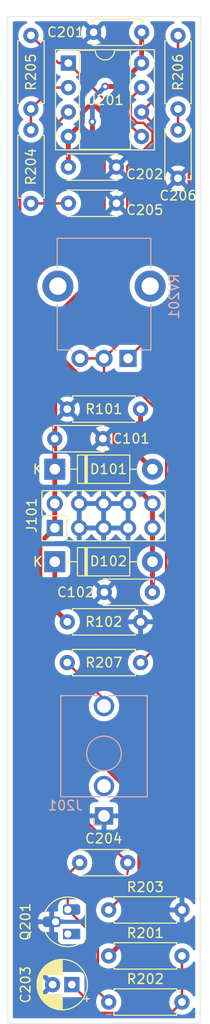
<source format=kicad_pcb>
(kicad_pcb (version 20211014) (generator pcbnew)
  (title_block (title "White Noise") (date "2021-07-09") (rev "1.0"))
  (layers (0 "F.Cu" signal) (31 "B.Cu" signal) (34 "B.Paste" user) (35 "F.Paste" user) (36 "B.SilkS" user "B.Silkscreen") (37 "F.SilkS" user "F.Silkscreen") (38 "B.Mask" user) (39 "F.Mask" user) (44 "Edge.Cuts" user))
  (net 0 "")
  (net 1 "GND")
  (net 2 "+12V")
  (net 3 "-12V")
  (net 4 "Net-(C203-Pad1)")
  (net 5 "Net-(C204-Pad1)")
  (net 6 "Net-(C204-Pad2)")
  (net 7 "Net-(C205-Pad2)")
  (net 8 "Net-(C206-Pad2)")
  (net 9 "Net-(D101-Pad2)")
  (net 10 "Net-(D102-Pad1)")
  (net 12 "Net-(J201-PadT)")
  (net 14 "Net-(R204-Pad1)")
  (net 15 "Net-(R205-Pad2)")
  (net 16 "Net-(R206-Pad1)")
  (net 17 "Net-(R207-Pad1)")
  (footprint "Capacitor_THT:C_Disc_D5.0mm_W2.5mm_P5.00mm" (layer "F.Cu") (at 147.08 83.93)
    (fp_text reference "C101" (at 7.94 0 180) (layer "F.SilkS"))
    (fp_text value "1u")
    (fp_line (start -0.12 1.055) (end -0.12 1.37) (layer "F.SilkS") (width 0.12))
    (fp_line (start -0.12 -1.37) (end 5.12 -1.37) (layer "F.SilkS") (width 0.12))
    (fp_line (start -0.12 -1.37) (end -0.12 -1.055) (layer "F.SilkS") (width 0.12))
    (fp_line (start -0.12 1.37) (end 5.12 1.37) (layer "F.SilkS") (width 0.12))
    (fp_line (start 5.12 1.055) (end 5.12 1.37) (layer "F.SilkS") (width 0.12))
    (fp_line (start 5.12 -1.37) (end 5.12 -1.055) (layer "F.SilkS") (width 0.12))
    (pad "1" thru_hole circle locked (at 0 0) (size 1.6 1.6) (drill 0.8) (layers *.Cu *.Mask) (net 2 "+12V"))
    (pad "2" thru_hole circle locked (at 5 0) (size 1.6 1.6) (drill 0.8) (layers *.Cu *.Mask) (net 1 "GND"))
  )
  (footprint "Capacitor_THT:C_Disc_D5.0mm_W2.5mm_P5.00mm" (layer "F.Cu") (at 152.23 99.87)
    (fp_text reference "C102" (at -2.98 0) (layer "F.SilkS"))
    (fp_text value "1u")
    (fp_line (start -0.12 -1.37) (end -0.12 -1.055) (layer "F.SilkS") (width 0.12))
    (fp_line (start 5.12 1.055) (end 5.12 1.37) (layer "F.SilkS") (width 0.12))
    (fp_line (start -0.12 -1.37) (end 5.12 -1.37) (layer "F.SilkS") (width 0.12))
    (fp_line (start 5.12 -1.37) (end 5.12 -1.055) (layer "F.SilkS") (width 0.12))
    (fp_line (start -0.12 1.055) (end -0.12 1.37) (layer "F.SilkS") (width 0.12))
    (fp_line (start -0.12 1.37) (end 5.12 1.37) (layer "F.SilkS") (width 0.12))
    (pad "1" thru_hole circle locked (at 0 0) (size 1.6 1.6) (drill 0.8) (layers *.Cu *.Mask) (net 1 "GND"))
    (pad "2" thru_hole circle locked (at 5 0) (size 1.6 1.6) (drill 0.8) (layers *.Cu *.Mask) (net 3 "-12V"))
  )
  (footprint "Diode_THT:D_DO-41_SOD81_P10.16mm_Horizontal" (layer "F.Cu") (at 147.08 87.1)
    (fp_text reference "D101" (at 5.58 0) (layer "F.SilkS"))
    (fp_text value "1N5819")
    (fp_text user "K" (at -1.78 0) (layer "F.SilkS"))
    (fp_line (start 3.38 -1.47) (end 3.38 1.47) (layer "F.SilkS") (width 0.12))
    (fp_line (start 8.82 0) (end 7.8 0) (layer "F.SilkS") (width 0.12))
    (fp_line (start 7.8 -1.47) (end 2.36 -1.47) (layer "F.SilkS") (width 0.12))
    (fp_line (start 3.14 -1.47) (end 3.14 1.47) (layer "F.SilkS") (width 0.12))
    (fp_line (start 1.34 0) (end 2.36 0) (layer "F.SilkS") (width 0.12))
    (fp_line (start 3.26 -1.47) (end 3.26 1.47) (layer "F.SilkS") (width 0.12))
    (fp_line (start 2.36 1.47) (end 7.8 1.47) (layer "F.SilkS") (width 0.12))
    (fp_line (start 7.8 1.47) (end 7.8 -1.47) (layer "F.SilkS") (width 0.12))
    (fp_line (start 2.36 -1.47) (end 2.36 1.47) (layer "F.SilkS") (width 0.12))
    (pad "1" thru_hole rect locked (at 0 0) (size 2.2 2.2) (drill 1.1) (layers *.Cu *.Mask) (net 2 "+12V"))
    (pad "2" thru_hole oval locked (at 10.16 0) (size 2.2 2.2) (drill 1.1) (layers *.Cu *.Mask) (net 9 "Net-(D101-Pad2)"))
  )
  (footprint "Diode_THT:D_DO-41_SOD81_P10.16mm_Horizontal" (layer "F.Cu") (at 147.08 96.7)
    (fp_text reference "D102" (at 5.58 -0.05) (layer "F.SilkS"))
    (fp_text value "1N5819")
    (fp_text user "K" (at -1.77 0) (layer "F.SilkS"))
    (fp_line (start 3.26 -1.47) (end 3.26 1.47) (layer "F.SilkS") (width 0.12))
    (fp_line (start 3.38 -1.47) (end 3.38 1.47) (layer "F.SilkS") (width 0.12))
    (fp_line (start 8.82 0) (end 7.8 0) (layer "F.SilkS") (width 0.12))
    (fp_line (start 2.36 -1.47) (end 2.36 1.47) (layer "F.SilkS") (width 0.12))
    (fp_line (start 7.8 1.47) (end 7.8 -1.47) (layer "F.SilkS") (width 0.12))
    (fp_line (start 1.34 0) (end 2.36 0) (layer "F.SilkS") (width 0.12))
    (fp_line (start 2.36 1.47) (end 7.8 1.47) (layer "F.SilkS") (width 0.12))
    (fp_line (start 7.8 -1.47) (end 2.36 -1.47) (layer "F.SilkS") (width 0.12))
    (fp_line (start 3.14 -1.47) (end 3.14 1.47) (layer "F.SilkS") (width 0.12))
    (pad "1" thru_hole rect locked (at 0 0) (size 2.2 2.2) (drill 1.1) (layers *.Cu *.Mask) (net 10 "Net-(D102-Pad1)"))
    (pad "2" thru_hole oval locked (at 10.16 0) (size 2.2 2.2) (drill 1.1) (layers *.Cu *.Mask) (net 3 "-12V"))
  )
  (footprint "Connector_PinHeader_2.54mm:PinHeader_2x05_P2.54mm_Vertical" (layer "F.Cu") (at 147.08 93.2 90)
    (fp_text reference "J101" (at 1.3 -2.4 90) (layer "F.SilkS"))
    (fp_text value "Conn_02x05_Odd_Even")
    (fp_line (start -1.33 11.49) (end 3.87 11.49) (layer "F.SilkS") (width 0.12))
    (fp_line (start 1.27 1.27) (end 1.27 -1.33) (layer "F.SilkS") (width 0.12))
    (fp_line (start 1.27 -1.33) (end 3.87 -1.33) (layer "F.SilkS") (width 0.12))
    (fp_line (start -1.33 -1.33) (end 0 -1.33) (layer "F.SilkS") (width 0.12))
    (fp_line (start 3.87 -1.33) (end 3.87 11.49) (layer "F.SilkS") (width 0.12))
    (fp_line (start -1.33 1.27) (end 1.27 1.27) (layer "F.SilkS") (width 0.12))
    (fp_line (start -1.33 0) (end -1.33 -1.33) (layer "F.SilkS") (width 0.12))
    (fp_line (start -1.33 1.27) (end -1.33 11.49) (layer "F.SilkS") (width 0.12))
    (pad "1" thru_hole rect locked (at 0 0 90) (size 1.7 1.7) (drill 1) (layers *.Cu *.Mask) (net 2 "+12V"))
    (pad "2" thru_hole oval locked (at 2.54 0 90) (size 1.7 1.7) (drill 1) (layers *.Cu *.Mask) (net 2 "+12V"))
    (pad "3" thru_hole oval locked (at 0 2.54 90) (size 1.7 1.7) (drill 1) (layers *.Cu *.Mask) (net 1 "GND"))
    (pad "4" thru_hole oval locked (at 2.54 2.54 90) (size 1.7 1.7) (drill 1) (layers *.Cu *.Mask) (net 1 "GND"))
    (pad "5" thru_hole oval locked (at 0 5.08 90) (size 1.7 1.7) (drill 1) (layers *.Cu *.Mask) (net 1 "GND"))
    (pad "6" thru_hole oval locked (at 2.54 5.08 90) (size 1.7 1.7) (drill 1) (layers *.Cu *.Mask) (net 1 "GND"))
    (pad "7" thru_hole oval locked (at 0 7.62 90) (size 1.7 1.7) (drill 1) (layers *.Cu *.Mask) (net 1 "GND"))
    (pad "8" thru_hole oval locked (at 2.54 7.62 90) (size 1.7 1.7) (drill 1) (layers *.Cu *.Mask) (net 1 "GND"))
    (pad "9" thru_hole oval locked (at 0 10.16 90) (size 1.7 1.7) (drill 1) (layers *.Cu *.Mask) (net 3 "-12V"))
    (pad "10" thru_hole oval locked (at 2.54 10.16 90) (size 1.7 1.7) (drill 1) (layers *.Cu *.Mask) (net 3 "-12V"))
  )
  (footprint "Resistor_THT:R_Axial_DIN0207_L6.3mm_D2.5mm_P7.62mm_Horizontal" (layer "F.Cu") (at 148.38 80.86)
    (fp_text reference "R101" (at 3.81 0) (layer "F.SilkS"))
    (fp_text value "10")
    (fp_line (start 0.54 1.04) (end 0.54 1.37) (layer "F.SilkS") (width 0.12))
    (fp_line (start 0.54 -1.37) (end 7.08 -1.37) (layer "F.SilkS") (width 0.12))
    (fp_line (start 7.08 1.37) (end 7.08 1.04) (layer "F.SilkS") (width 0.12))
    (fp_line (start 0.54 1.37) (end 7.08 1.37) (layer "F.SilkS") (width 0.12))
    (fp_line (start 0.54 -1.04) (end 0.54 -1.37) (layer "F.SilkS") (width 0.12))
    (fp_line (start 7.08 -1.37) (end 7.08 -1.04) (layer "F.SilkS") (width 0.12))
    (pad "1" thru_hole circle locked (at 0 0) (size 1.6 1.6) (drill 0.8) (layers *.Cu *.Mask) (net 1 "GND"))
    (pad "2" thru_hole oval locked (at 7.62 0) (size 1.6 1.6) (drill 0.8) (layers *.Cu *.Mask) (net 9 "Net-(D101-Pad2)"))
  )
  (footprint "Resistor_THT:R_Axial_DIN0207_L6.3mm_D2.5mm_P7.62mm_Horizontal" (layer "F.Cu") (at 148.38 102.94)
    (fp_text reference "R102" (at 3.8 0) (layer "F.SilkS"))
    (fp_text value "10")
    (fp_line (start 0.54 -1.04) (end 0.54 -1.37) (layer "F.SilkS") (width 0.12))
    (fp_line (start 0.54 -1.37) (end 7.08 -1.37) (layer "F.SilkS") (width 0.12))
    (fp_line (start 0.54 1.04) (end 0.54 1.37) (layer "F.SilkS") (width 0.12))
    (fp_line (start 7.08 -1.37) (end 7.08 -1.04) (layer "F.SilkS") (width 0.12))
    (fp_line (start 0.54 1.37) (end 7.08 1.37) (layer "F.SilkS") (width 0.12))
    (fp_line (start 7.08 1.37) (end 7.08 1.04) (layer "F.SilkS") (width 0.12))
    (pad "1" thru_hole circle locked (at 0 0) (size 1.6 1.6) (drill 0.8) (layers *.Cu *.Mask) (net 10 "Net-(D102-Pad1)"))
    (pad "2" thru_hole oval locked (at 7.62 0) (size 1.6 1.6) (drill 0.8) (layers *.Cu *.Mask) (net 1 "GND"))
  )
  (footprint "Resistor_THT:R_Axial_DIN0207_L6.3mm_D2.5mm_P7.62mm_Horizontal" (layer "F.Cu") (at 152.69 137.61)
    (fp_text reference "R201" (at 3.81 -2.37) (layer "F.SilkS"))
    (fp_text value "4.7k")
    (fp_line (start 7.08 -1.37) (end 7.08 -1.04) (layer "F.SilkS") (width 0.12))
    (fp_line (start 0.54 1.37) (end 7.08 1.37) (layer "F.SilkS") (width 0.12))
    (fp_line (start 0.54 -1.37) (end 7.08 -1.37) (layer "F.SilkS") (width 0.12))
    (fp_line (start 0.54 -1.04) (end 0.54 -1.37) (layer "F.SilkS") (width 0.12))
    (fp_line (start 7.08 1.37) (end 7.08 1.04) (layer "F.SilkS") (width 0.12))
    (fp_line (start 0.54 1.04) (end 0.54 1.37) (layer "F.SilkS") (width 0.12))
    (pad "1" thru_hole circle locked (at 0 0) (size 1.6 1.6) (drill 0.8) (layers *.Cu *.Mask) (net 2 "+12V"))
    (pad "2" thru_hole oval locked (at 7.62 0) (size 1.6 1.6) (drill 0.8) (layers *.Cu *.Mask) (net 4 "Net-(C203-Pad1)"))
  )
  (footprint "Capacitor_THT:CP_Radial_D5.0mm_P2.00mm" (layer "F.Cu") (at 148.855113 140.59 180)
    (fp_text reference "C203" (at 4.815113 -0.01 90) (layer "F.SilkS"))
    (fp_text value "100u")
    (fp_line (start 2.761 -1.901) (end 2.761 -1.04) (layer "F.SilkS") (width 0.12))
    (fp_line (start 1.64 1.04) (end 1.64 2.501) (layer "F.SilkS") (width 0.12))
    (fp_line (start 2.481 1.04) (end 2.481 2.122) (layer "F.SilkS") (width 0.12))
    (fp_line (start 1.08 1.04) (end 1.08 2.579) (layer "F.SilkS") (width 0.12))
    (fp_line (start 2.161 -2.31) (end 2.161 -1.04) (layer "F.SilkS") (width 0.12))
    (fp_line (start 2.401 -2.175) (end 2.401 -1.04) (layer "F.SilkS") (width 0.12))
    (fp_line (start 1.24 -2.569) (end 1.24 -1.04) (layer "F.SilkS") (width 0.12))
    (fp_line (start 2.841 -1.826) (end 2.841 -1.04) (layer "F.SilkS") (width 0.12))
    (fp_line (start 3.361 -1.098) (end 3.361 1.098) (layer "F.SilkS") (width 0.12))
    (fp_line (start 2.001 -2.382) (end 2.001 -1.04) (layer "F.SilkS") (width 0.12))
    (fp_line (start 1.721 -2.48) (end 1.721 -1.04) (layer "F.SilkS") (width 0.12))
    (fp_line (start 2.441 1.04) (end 2.441 2.149) (layer "F.SilkS") (width 0.12))
    (fp_line (start 3.401 -1.011) (end 3.401 1.011) (layer "F.SilkS") (width 0.12))
    (fp_line (start 1.12 -2.578) (end 1.12 -1.04) (layer "F.SilkS") (width 0.12))
    (fp_line (start 2.481 -2.122) (end 2.481 -1.04) (layer "F.SilkS") (width 0.12))
    (fp_line (start 2.601 1.04) (end 2.601 2.035) (layer "F.SilkS") (width 0.12))
    (fp_line (start 2.081 -2.348) (end 2.081 -1.04) (layer "F.SilkS") (width 0.12))
    (fp_line (start 2.881 1.04) (end 2.881 1.785) (layer "F.SilkS") (width 0.12))
    (fp_line (start 2.441 -2.149) (end 2.441 -1.04) (layer "F.SilkS") (width 0.12))
    (fp_line (start 1.961 1.04) (end 1.961 2.398) (layer "F.SilkS") (width 0.12))
    (fp_line (start 2.201 -2.29) (end 2.201 -1.04) (layer "F.SilkS") (width 0.12))
    (fp_line (start 3.121 -1.5) (end 3.121 1.5) (layer "F.SilkS") (width 0.12))
    (fp_line (start 2.921 1.04) (end 2.921 1.743) (layer "F.SilkS") (width 0.12))
    (fp_line (start 1.36 1.04) (end 1.36 2.556) (layer "F.SilkS") (width 0.12))
    (fp_line (start 2.641 -2.004) (end 2.641 -1.04) (layer "F.SilkS") (width 0.12))
    (fp_line (start 2.361 -2.2) (end 2.361 -1.04) (layer "F.SilkS") (width 0.12))
    (fp_line (start 2.281 1.04) (end 2.281 2.247) (layer "F.SilkS") (width 0.12))
    (fp_line (start 1.16 -2.576) (end 1.16 -1.04) (layer "F.SilkS") (width 0.12))
    (fp_line (start 2.081 1.04) (end 2.081 2.348) (layer "F.SilkS") (width 0.12))
    (fp_line (start 2.921 -1.743) (end 2.921 -1.04) (layer "F.SilkS") (width 0.12))
    (fp_line (start 3.041 -1.605) (end 3.041 1.605) (layer "F.SilkS") (width 0.12))
    (fp_line (start 3.081 -1.554) (end 3.081 1.554) (layer "F.SilkS") (width 0.12))
    (fp_line (start 3.601 -0.284) (end 3.601 0.284) (layer "F.SilkS") (width 0.12))
    (fp_line (start 2.841 1.04) (end 2.841 1.826) (layer "F.SilkS") (width 0.12))
    (fp_line (start 1.921 -2.414) (end 1.921 -1.04) (layer "F.SilkS") (width 0.12))
    (fp_line (start 3.201 -1.383) (end 3.201 1.383) (layer "F.SilkS") (width 0.12))
    (fp_line (start 1.2 1.04) (end 1.2 2.573) (layer "F.SilkS") (width 0.12))
    (fp_line (start 1.04 1.04) (end 1.04 2.58) (layer "F.SilkS") (width 0.12))
    (fp_line (start 2.961 -1.699) (end 2.961 -1.04) (layer "F.SilkS") (width 0.12))
    (fp_line (start 2.361 1.04) (end 2.361 2.2) (layer "F.SilkS") (width 0.12))
    (fp_line (start 2.721 1.04) (end 2.721 1.937) (layer "F.SilkS") (width 0.12))
    (fp_line (start 3.001 -1.653) (end 3.001 -1.04) (layer "F.SilkS") (width 0.12))
    (fp_line (start -1.804775 -1.475) (end -1.304775 -1.475) (layer "F.SilkS") (width 0.12))
    (fp_line (start 1 1.04) (end 1 2.58) (layer "F.SilkS") (width 0.12))
    (fp_line (start 1.961 -2.398) (end 1.961 -1.04) (layer "F.SilkS") (width 0.12))
    (fp_line (start 1.4 -2.55) (end 1.4 -1.04) (layer "F.SilkS") (width 0.12))
    (fp_line (start 2.241 -2.268) (end 2.241 -1.04) (layer "F.SilkS") (width 0.12))
    (fp_line (start 1.44 1.04) (end 1.44 2.543) (layer "F.SilkS") (width 0.12))
    (fp_line (start 1 -2.58) (end 1 -1.04) (layer "F.SilkS") (width 0.12))
    (fp_line (start 1.52 1.04) (end 1.52 2.528) (layer "F.SilkS") (width 0.12))
    (fp_line (start 3.321 -1.178) (end 3.321 1.178) (layer "F.SilkS") (width 0.12))
    (fp_line (start 2.521 1.04) (end 2.521 2.095) (layer "F.SilkS") (width 0.12))
    (fp_line (start 2.641 1.04) (end 2.641 2.004) (layer "F.SilkS") (width 0.12))
    (fp_line (start -1.554775 -1.725) (end -1.554775 -1.225) (layer "F.SilkS") (width 0.12))
    (fp_line (start 1.24 1.04) (end 1.24 2.569) (layer "F.SilkS") (width 0.12))
    (fp_line (start 2.121 -2.329) (end 2.121 -1.04) (layer "F.SilkS") (width 0.12))
    (fp_line (start 2.721 -1.937) (end 2.721 -1.04) (layer "F.SilkS") (width 0.12))
    (fp_line (start 1.68 1.04) (end 1.68 2.491) (layer "F.SilkS") (width 0.12))
    (fp_line (start 1.801 1.04) (end 1.801 2.455) (layer "F.SilkS") (width 0.12))
    (fp_line (start 1.28 -2.565) (end 1.28 -1.04) (layer "F.SilkS") (width 0.12))
    (fp_line (start 2.561 -2.065) (end 2.561 -1.04) (layer "F.SilkS") (width 0.12))
    (fp_line (start 2.161 1.04) (end 2.161 2.31) (layer "F.SilkS") (width 0.12))
    (fp_line (start 1.761 1.04) (end 1.761 2.468) (layer "F.SilkS") (width 0.12))
    (fp_line (start 3.161 -1.443) (end 3.161 1.443) (layer "F.SilkS") (width 0.12))
    (fp_line (start 1.44 -2.543) (end 1.44 -1.04) (layer "F.SilkS") (width 0.12))
    (fp_line (start 1.48 1.04) (end 1.48 2.536) (layer "F.SilkS") (width 0.12))
    (fp_line (start 2.041 1.04) (end 2.041 2.365) (layer "F.SilkS") (width 0.12))
    (fp_line (start 2.321 1.04) (end 2.321 2.224) (layer "F.SilkS") (width 0.12))
    (fp_line (start 1.56 1.04) (end 1.56 2.52) (layer "F.SilkS") (width 0.12))
    (fp_line (start 1.32 -2.561) (end 1.32 -1.04) (layer "F.SilkS") (width 0.12))
    (fp_line (start 3.241 -1.319) (end 3.241 1.319) (layer "F.SilkS") (width 0.12))
    (fp_line (start 2.601 -2.035) (end 2.601 -1.04) (layer "F.SilkS") (width 0.12))
    (fp_line (start 2.881 -1.785) (end 2.881 -1.04) (layer "F.SilkS") (width 0.12))
    (fp_line (start 3.481 -0.805) (end 3.481 0.805) (layer "F.SilkS") (width 0.12))
    (fp_line (start 2.761 1.04) (end 2.761 1.901) (layer "F.SilkS") (width 0.12))
    (fp_line (start 2.201 1.04) (end 2.201 2.29) (layer "F.SilkS") (width 0.12))
    (fp_line (start 1.801 -2.455) (end 1.801 -1.04) (layer "F.SilkS") (width 0.12))
    (fp_line (start 2.321 -2.224) (end 2.321 -1.04) (layer "F.SilkS") (width 0.12))
    (fp_line (start 1.56 -2.52) (end 1.56 -1.04) (layer "F.SilkS") (width 0.12))
    (fp_line (start 2.961 1.04) (end 2.961 1.699) (layer "F.SilkS") (width 0.12))
    (fp_line (start 2.801 -1.864) (end 2.801 -1.04) (layer "F.SilkS") (width 0.12))
    (fp_line (start 2.401 1.04) (end 2.401 2.175) (layer "F.SilkS") (width 0.12))
    (fp_line (start 1.12 1.04) (end 1.12 2.578) (layer "F.SilkS") (width 0.12))
    (fp_line (start 1.32 1.04) (end 1.32 2.561) (layer "F.SilkS") (width 0.12))
    (fp_line (start 1.48 -2.536) (end 1.48 -1.04) (layer "F.SilkS") (width 0.12))
    (fp_line (start 1.841 1.04) (end 1.841 2.442) (layer "F.SilkS") (width 0.12))
    (fp_line (start 2.681 1.04) (end 2.681 1.971) (layer "F.SilkS") (width 0.12))
    (fp_line (start 2.801 1.04) (end 2.801 1.864) (layer "F.SilkS") (width 0.12))
    (fp_line (start 1.64 -2.501) (end 1.64 -1.04) (layer "F.SilkS") (width 0.12))
    (fp_line (start 3.281 -1.251) (end 3.281 1.251) (layer "F.SilkS") (width 0.12))
    (fp_line (start 3.441 -0.915) (end 3.441 0.915) (layer "F.SilkS") (width 0.12))
    (fp_line (start 3.561 -0.518) (end 3.561 0.518) (layer "F.SilkS") (width 0.12))
    (fp_line (start 3.521 -0.677) (end 3.521 0.677) (layer "F.SilkS") (width 0.12))
    (fp_line (start 3.001 1.04) (end 3.001 1.653) (layer "F.SilkS") (width 0.12))
    (fp_line (start 2.001 1.04) (end 2.001 2.382) (layer "F.SilkS") (width 0.12))
    (fp_line (start 1.2 -2.573) (end 1.2 -1.04) (layer "F.SilkS") (width 0.12))
    (fp_line (start 2.241 1.04) (end 2.241 2.268) (layer "F.SilkS") (width 0.12))
    (fp_line (start 1.16 1.04) (end 1.16 2.576) (layer "F.SilkS") (width 0.12))
    (fp_line (start 2.681 -1.971) (end 2.681 -1.04) (layer "F.SilkS") (width 0.12))
    (fp_line (start 2.281 -2.247) (end 2.281 -1.04) (layer "F.SilkS") (width 0.12))
    (fp_line (start 1.6 -2.511) (end 1.6 -1.04) (layer "F.SilkS") (width 0.12))
    (fp_line (start 1.761 -2.468) (end 1.761 -1.04) (layer "F.SilkS") (width 0.12))
    (fp_line (start 1.6 1.04) (end 1.6 2.511) (layer "F.SilkS") (width 0.12))
    (fp_line (start 1.881 -2.428) (end 1.881 -1.04) (layer "F.SilkS") (width 0.12))
    (fp_line (start 1.721 1.04) (end 1.721 2.48) (layer "F.SilkS") (width 0.12))
    (fp_line (start 1.68 -2.491) (end 1.68 -1.04) (layer "F.SilkS") (width 0.12))
    (fp_line (start 1.28 1.04) (end 1.28 2.565) (layer "F.SilkS") (width 0.12))
    (fp_line (start 1.52 -2.528) (end 1.52 -1.04) (layer "F.SilkS") (width 0.12))
    (fp_line (start 2.561 1.04) (end 2.561 2.065) (layer "F.SilkS") (width 0.12))
    (fp_line (start 1.04 -2.58) (end 1.04 -1.04) (layer "F.SilkS") (width 0.12))
    (fp_line (start 1.881 1.04) (end 1.881 2.428) (layer "F.SilkS") (width 0.12))
    (fp_line (start 1.08 -2.579) (end 1.08 -1.04) (layer "F.SilkS") (width 0.12))
    (fp_line (start 1.921 1.04) (end 1.921 2.414) (layer "F.SilkS") (width 0.12))
    (fp_line (start 2.521 -2.095) (end 2.521 -1.04) (layer "F.SilkS") (width 0.12))
    (fp_line (start 1.4 1.04) (end 1.4 2.55) (layer "F.SilkS") (width 0.12))
    (fp_line (start 1.36 -2.556) (end 1.36 -1.04) (layer "F.SilkS") (width 0.12))
    (fp_line (start 2.121 1.04) (end 2.121 2.329) (layer "F.SilkS") (width 0.12))
    (fp_line (start 2.041 -2.365) (end 2.041 -1.04) (layer "F.SilkS") (width 0.12))
    (fp_line (start 1.841 -2.442) (end 1.841 -1.04) (layer "F.SilkS") (width 0.12))
    (fp_circle (center 1 0) (end 3.62 0) (layer "F.SilkS") (width 0.12) (fill none))
    (pad "1" thru_hole rect locked (at 0 0 180) (size 1.6 1.6) (drill 0.8) (layers *.Cu *.Mask) (net 4 "Net-(C203-Pad1)"))
    (pad "2" thru_hole circle locked (at 2 0 180) (size 1.6 1.6) (drill 0.8) (layers *.Cu *.Mask) (net 1 "GND"))
  )
  (footprint "Resistor_THT:R_Axial_DIN0207_L6.3mm_D2.5mm_P7.62mm_Horizontal" (layer "F.Cu") (at 144.6 51.89 -90)
    (fp_text reference "R204" (at 3.81 0 90) (layer "F.SilkS"))
    (fp_text value "4.7k")
    (fp_line (start 0.54 -1.37) (end 7.08 -1.37) (layer "F.SilkS") (width 0.12))
    (fp_line (start 0.54 -1.04) (end 0.54 -1.37) (layer "F.SilkS") (width 0.12))
    (fp_line (start 0.54 1.37) (end 7.08 1.37) (layer "F.SilkS") (width 0.12))
    (fp_line (start 7.08 -1.37) (end 7.08 -1.04) (layer "F.SilkS") (width 0.12))
    (fp_line (start 7.08 1.37) (end 7.08 1.04) (layer "F.SilkS") (width 0.12))
    (fp_line (start 0.54 1.04) (end 0.54 1.37) (layer "F.SilkS") (width 0.12))
    (pad "1" thru_hole circle locked (at 0 0 270) (size 1.6 1.6) (drill 0.8) (layers *.Cu *.Mask) (net 14 "Net-(R204-Pad1)"))
    (pad "2" thru_hole oval locked (at 7.62 0 270) (size 1.6 1.6) (drill 0.8) (layers *.Cu *.Mask) (net 7 "Net-(C205-Pad2)"))
  )
  (footprint "Resistor_THT:R_Axial_DIN0207_L6.3mm_D2.5mm_P7.62mm_Horizontal" (layer "F.Cu") (at 144.6 49.7 90)
    (fp_text reference "R205" (at 3.81 0 90) (layer "F.SilkS"))
    (fp_text value "100k")
    (fp_line (start 7.08 -1.37) (end 7.08 -1.04) (layer "F.SilkS") (width 0.12))
    (fp_line (start 0.54 1.37) (end 7.08 1.37) (layer "F.SilkS") (width 0.12))
    (fp_line (start 7.08 1.37) (end 7.08 1.04) (layer "F.SilkS") (width 0.12))
    (fp_line (start 0.54 -1.37) (end 7.08 -1.37) (layer "F.SilkS") (width 0.12))
    (fp_line (start 0.54 -1.04) (end 0.54 -1.37) (layer "F.SilkS") (width 0.12))
    (fp_line (start 0.54 1.04) (end 0.54 1.37) (layer "F.SilkS") (width 0.12))
    (pad "1" thru_hole circle locked (at 0 0 90) (size 1.6 1.6) (drill 0.8) (layers *.Cu *.Mask) (net 14 "Net-(R204-Pad1)"))
    (pad "2" thru_hole oval locked (at 7.62 0 90) (size 1.6 1.6) (drill 0.8) (layers *.Cu *.Mask) (net 15 "Net-(R205-Pad2)"))
  )
  (footprint "Capacitor_THT:C_Disc_D5.0mm_W2.5mm_P5.00mm" (layer "F.Cu") (at 159.9 56.9 90)
    (fp_text reference "C206" (at -1.8 0 180) (layer "F.SilkS"))
    (fp_text value "220n")
    (fp_line (start -0.12 -1.37) (end 5.12 -1.37) (layer "F.SilkS") (width 0.12))
    (fp_line (start -0.12 -1.37) (end -0.12 -1.055) (layer "F.SilkS") (width 0.12))
    (fp_line (start -0.12 1.37) (end 5.12 1.37) (layer "F.SilkS") (width 0.12))
    (fp_line (start 5.12 1.055) (end 5.12 1.37) (layer "F.SilkS") (width 0.12))
    (fp_line (start -0.12 1.055) (end -0.12 1.37) (layer "F.SilkS") (width 0.12))
    (fp_line (start 5.12 -1.37) (end 5.12 -1.055) (layer "F.SilkS") (width 0.12))
    (pad "1" thru_hole circle locked (at 0 0 90) (size 1.6 1.6) (drill 0.8) (layers *.Cu *.Mask) (net 1 "GND"))
    (pad "2" thru_hole circle locked (at 5 0 90) (size 1.6 1.6) (drill 0.8) (layers *.Cu *.Mask) (net 8 "Net-(C206-Pad2)"))
  )
  (footprint "Package_DIP:DIP-8_W7.62mm_Socket" (layer "F.Cu") (at 148.49 44.95)
    (fp_text reference "U201" (at 3.81 3.84) (layer "F.SilkS"))
    (fp_text value "TL072")
    (fp_line (start 6.46 8.95) (end 6.46 -1.33) (layer "F.SilkS") (width 0.12))
    (fp_line (start 1.16 8.95) (end 6.46 8.95) (layer "F.SilkS") (width 0.12))
    (fp_line (start 1.16 -1.33) (end 1.16 8.95) (layer "F.SilkS") (width 0.12))
    (fp_line (start 8.95 -1.39) (end -1.33 -1.39) (layer "F.SilkS") (width 0.12))
    (fp_line (start 6.46 -1.33) (end 4.81 -1.33) (layer "F.SilkS") (width 0.12))
    (fp_line (start -1.33 -1.39) (end -1.33 9.01) (layer "F.SilkS") (width 0.12))
    (fp_line (start -1.33 9.01) (end 8.95 9.01) (layer "F.SilkS") (width 0.12))
    (fp_line (start 8.95 9.01) (end 8.95 -1.39) (layer "F.SilkS") (width 0.12))
    (fp_line (start 2.81 -1.33) (end 1.16 -1.33) (layer "F.SilkS") (width 0.12))
    (fp_arc (start 4.81 -1.33) (mid 3.81 -0.33) (end 2.81 -1.33) (layer "F.SilkS") (width 0.12))
    (pad "1" thru_hole rect locked (at 0 0) (size 1.6 1.6) (drill 0.8) (layers *.Cu *.Mask) (net 15 "Net-(R205-Pad2)"))
    (pad "2" thru_hole oval locked (at 0 2.54) (size 1.6 1.6) (drill 0.8) (layers *.Cu *.Mask) (net 14 "Net-(R204-Pad1)"))
    (pad "3" thru_hole oval locked (at 0 5.08) (size 1.6 1.6) (drill 0.8) (layers *.Cu *.Mask) (net 6 "Net-(C204-Pad2)"))
    (pad "4" thru_hole oval locked (at 0 7.62) (size 1.6 1.6) (drill 0.8) (layers *.Cu *.Mask) (net 3 "-12V"))
    (pad "5" thru_hole oval locked (at 7.62 7.62) (size 1.6 1.6) (drill 0.8) (layers *.Cu *.Mask) (net 15 "Net-(R205-Pad2)"))
    (pad "6" thru_hole oval locked (at 7.62 5.08) (size 1.6 1.6) (drill 0.8) (layers *.Cu *.Mask) (net 16 "Net-(R206-Pad1)"))
    (pad "7" thru_hole oval locked (at 7.62 2.54) (size 1.6 1.6) (drill 0.8) (layers *.Cu *.Mask) (net 17 "Net-(R207-Pad1)"))
    (pad "8" thru_hole oval locked (at 7.62 0) (size 1.6 1.6) (drill 0.8) (layers *.Cu *.Mask) (net 2 "+12V"))
  )
  (footprint "Capacitor_THT:C_Disc_D5.0mm_W2.5mm_P5.00mm" (layer "F.Cu") (at 153.5 59.5 180)
    (fp_text reference "C205" (at -2.94 -0.7) (layer "F.SilkS"))
    (fp_text value "220n")
    (fp_line (start -0.12 -1.37) (end 5.12 -1.37) (layer "F.SilkS") (width 0.12))
    (fp_line (start 5.12 -1.37) (end 5.12 -1.055) (layer "F.SilkS") (width 0.12))
    (fp_line (start -0.12 1.37) (end 5.12 1.37) (layer "F.SilkS") (width 0.12))
    (fp_line (start -0.12 1.055) (end -0.12 1.37) (layer "F.SilkS") (width 0.12))
    (fp_line (start 5.12 1.055) (end 5.12 1.37) (layer "F.SilkS") (width 0.12))
    (fp_line (start -0.12 -1.37) (end -0.12 -1.055) (layer "F.SilkS") (width 0.12))
    (pad "1" thru_hole circle locked (at 0 0 180) (size 1.6 1.6) (drill 0.8) (layers *.Cu *.Mask) (net 1 "GND"))
    (pad "2" thru_hole circle locked (at 5 0 180) (size 1.6 1.6) (drill 0.8) (layers *.Cu *.Mask) (net 7 "Net-(C205-Pad2)"))
  )
  (footprint "Capacitor_THT:C_Disc_D5.0mm_W2.5mm_P5.00mm" (layer "F.Cu") (at 149.67 127.93)
    (fp_text reference "C204" (at 2.5 -2.5) (layer "F.SilkS"))
    (fp_text value "10n")
    (fp_line (start -0.12 1.055) (end -0.12 1.37) (layer "F.SilkS") (width 0.12))
    (fp_line (start -0.12 1.37) (end 5.12 1.37) (layer "F.SilkS") (width 0.12))
    (fp_line (start -0.12 -1.37) (end 5.12 -1.37) (layer "F.SilkS") (width 0.12))
    (fp_line (start 5.12 -1.37) (end 5.12 -1.055) (layer "F.SilkS") (width 0.12))
    (fp_line (start 5.12 1.055) (end 5.12 1.37) (layer "F.SilkS") (width 0.12))
    (fp_line (start -0.12 -1.37) (end -0.12 -1.055) (layer "F.SilkS") (width 0.12))
    (pad "1" thru_hole circle locked (at 0 0) (size 1.6 1.6) (drill 0.8) (layers *.Cu *.Mask) (net 5 "Net-(C204-Pad1)"))
    (pad "2" thru_hole circle locked (at 5 0) (size 1.6 1.6) (drill 0.8) (layers *.Cu *.Mask) (net 6 "Net-(C204-Pad2)"))
  )
  (footprint "Capacitor_THT:C_Disc_D5.0mm_W2.5mm_P5.00mm" (layer "F.Cu") (at 156.12 41.75 180)
    (fp_text reference "C201" (at 7.91 0) (layer "F.SilkS"))
    (fp_text value "0.1u")
    (fp_line (start 5.12 1.055) (end 5.12 1.37) (layer "F.SilkS") (width 0.12))
    (fp_line (start -0.12 1.055) (end -0.12 1.37) (layer "F.SilkS") (width 0.12))
    (fp_line (start -0.12 1.37) (end 5.12 1.37) (layer "F.SilkS") (width 0.12))
    (fp_line (start 5.12 -1.37) (end 5.12 -1.055) (layer "F.SilkS") (width 0.12))
    (fp_line (start -0.12 -1.37) (end -0.12 -1.055) (layer "F.SilkS") (width 0.12))
    (fp_line (start -0.12 -1.37) (end 5.12 -1.37) (layer "F.SilkS") (width 0.12))
    (pad "1" thru_hole circle locked (at 0 0 180) (size 1.6 1.6) (drill 0.8) (layers *.Cu *.Mask) (net 2 "+12V"))
    (pad "2" thru_hole circle locked (at 5 0 180) (size 1.6 1.6) (drill 0.8) (layers *.Cu *.Mask) (net 1 "GND"))
  )
  (footprint "Resistor_THT:R_Axial_DIN0207_L6.3mm_D2.5mm_P7.62mm_Horizontal" (layer "F.Cu") (at 159.9 42.09 -90)
    (fp_text reference "R206" (at 3.81 0 90) (layer "F.SilkS"))
    (fp_text value "4.7k")
    (fp_line (start 0.54 1.37) (end 7.08 1.37) (layer "F.SilkS") (width 0.12))
    (fp_line (start 7.08 1.37) (end 7.08 1.04) (layer "F.SilkS") (width 0.12))
    (fp_line (start 0.54 -1.04) (end 0.54 -1.37) (layer "F.SilkS") (width 0.12))
    (fp_line (start 0.54 1.04) (end 0.54 1.37) (layer "F.SilkS") (width 0.12))
    (fp_line (start 7.08 -1.37) (end 7.08 -1.04) (layer "F.SilkS") (width 0.12))
    (fp_line (start 0.54 -1.37) (end 7.08 -1.37) (layer "F.SilkS") (width 0.12))
    (pad "1" thru_hole circle locked (at 0 0 270) (size 1.6 1.6) (drill 0.8) (layers *.Cu *.Mask) (net 16 "Net-(R206-Pad1)"))
    (pad "2" thru_hole oval locked (at 7.62 0 270) (size 1.6 1.6) (drill 0.8) (layers *.Cu *.Mask) (net 8 "Net-(C206-Pad2)"))
  )
  (footprint "Resistor_THT:R_Axial_DIN0207_L6.3mm_D2.5mm_P7.62mm_Horizontal" (layer "F.Cu") (at 152.69 132.84)
    (fp_text reference "R203" (at 3.81 -2.37) (layer "F.SilkS"))
    (fp_text value "100k")
    (fp_line (start 7.08 1.37) (end 7.08 1.04) (layer "F.SilkS") (width 0.12))
    (fp_line (start 0.54 -1.37) (end 7.08 -1.37) (layer "F.SilkS") (width 0.12))
    (fp_line (start 0.54 1.37) (end 7.08 1.37) (layer "F.SilkS") (width 0.12))
    (fp_line (start 0.54 1.04) (end 0.54 1.37) (layer "F.SilkS") (width 0.12))
    (fp_line (start 0.54 -1.04) (end 0.54 -1.37) (layer "F.SilkS") (width 0.12))
    (fp_line (start 7.08 -1.37) (end 7.08 -1.04) (layer "F.SilkS") (width 0.12))
    (pad "1" thru_hole circle locked (at 0 0) (size 1.6 1.6) (drill 0.8) (layers *.Cu *.Mask) (net 6 "Net-(C204-Pad2)"))
    (pad "2" thru_hole oval locked (at 7.62 0) (size 1.6 1.6) (drill 0.8) (layers *.Cu *.Mask) (net 1 "GND"))
  )
  (footprint "Resistor_THT:R_Axial_DIN0207_L6.3mm_D2.5mm_P7.62mm_Horizontal" (layer "F.Cu") (at 156 107.17 180)
    (fp_text reference "R207" (at 3.8 0) (layer "F.SilkS"))
    (fp_text value "1k")
    (fp_line (start 7.08 -1.37) (end 7.08 -1.04) (layer "F.SilkS") (width 0.12))
    (fp_line (start 0.54 -1.04) (end 0.54 -1.37) (layer "F.SilkS") (width 0.12))
    (fp_line (start 0.54 -1.37) (end 7.08 -1.37) (layer "F.SilkS") (width 0.12))
    (fp_line (start 0.54 1.04) (end 0.54 1.37) (layer "F.SilkS") (width 0.12))
    (fp_line (start 7.08 1.37) (end 7.08 1.04) (layer "F.SilkS") (width 0.12))
    (fp_line (start 0.54 1.37) (end 7.08 1.37) (layer "F.SilkS") (width 0.12))
    (pad "1" thru_hole circle locked (at 0 0 180) (size 1.6 1.6) (drill 0.8) (layers *.Cu *.Mask) (net 17 "Net-(R207-Pad1)"))
    (pad "2" thru_hole oval locked (at 7.62 0 180) (size 1.6 1.6) (drill 0.8) (layers *.Cu *.Mask) (net 12 "Net-(J201-PadT)"))
  )
  (footprint "Resistor_THT:R_Axial_DIN0207_L6.3mm_D2.5mm_P7.62mm_Horizontal" (layer "F.Cu") (at 160.31 142.4 180)
    (fp_text reference "R202" (at 3.81 2.39) (layer "F.SilkS"))
    (fp_text value "100k")
    (fp_line (start 7.08 1.37) (end 7.08 1.04) (layer "F.SilkS") (width 0.12))
    (fp_line (start 0.54 1.04) (end 0.54 1.37) (layer "F.SilkS") (width 0.12))
    (fp_line (start 0.54 1.37) (end 7.08 1.37) (layer "F.SilkS") (width 0.12))
    (fp_line (start 0.54 -1.37) (end 7.08 -1.37) (layer "F.SilkS") (width 0.12))
    (fp_line (start 7.08 -1.37) (end 7.08 -1.04) (layer "F.SilkS") (width 0.12))
    (fp_line (start 0.54 -1.04) (end 0.54 -1.37) (layer "F.SilkS") (width 0.12))
    (pad "1" thru_hole circle locked (at 0 0 180) (size 1.6 1.6) (drill 0.8) (layers *.Cu *.Mask) (net 4 "Net-(C203-Pad1)"))
    (pad "2" thru_hole oval locked (at 7.62 0 180) (size 1.6 1.6) (drill 0.8) (layers *.Cu *.Mask) (net 5 "Net-(C204-Pad1)"))
  )
  (footprint "Capacitor_THT:C_Disc_D5.0mm_W2.5mm_P5.00mm" (layer "F.Cu") (at 148.49 55.74)
    (fp_text reference "C202" (at 7.93 0.75) (layer "F.SilkS"))
    (fp_text value "0.1u")
    (fp_line (start -0.12 1.37) (end 5.12 1.37) (layer "F.SilkS") (width 0.12))
    (fp_line (start 5.12 1.055) (end 5.12 1.37) (layer "F.SilkS") (width 0.12))
    (fp_line (start 5.12 -1.37) (end 5.12 -1.055) (layer "F.SilkS") (width 0.12))
    (fp_line (start -0.12 -1.37) (end 5.12 -1.37) (layer "F.SilkS") (width 0.12))
    (fp_line (start -0.12 1.055) (end -0.12 1.37) (layer "F.SilkS") (width 0.12))
    (fp_line (start -0.12 -1.37) (end -0.12 -1.055) (layer "F.SilkS") (width 0.12))
    (pad "1" thru_hole circle locked (at 0 0) (size 1.6 1.6) (drill 0.8) (layers *.Cu *.Mask) (net 3 "-12V"))
    (pad "2" thru_hole circle locked (at 5 0) (size 1.6 1.6) (drill 0.8) (layers *.Cu *.Mask) (net 1 "GND"))
  )
  (footprint "Package_TO_SOT_THT:TO-92_HandSolder" (layer "F.Cu") (at 148.43 135.34 90)
    (fp_text reference "Q201" (at 1.27 -4.4 90) (layer "F.SilkS"))
    (fp_text value "BC548")
    (fp_line (start -0.53 1.85) (end 3.07 1.85) (layer "F.SilkS") (width 0.12))
    (fp_arc (start 2.05 -2.45) (mid 3.769931 -0.601036) (end 3.078445 1.827684) (layer "F.SilkS") (width 0.12))
    (fp_arc (start -0.541875 1.841741) (mid -1.247231 -0.581764) (end 0.45 -2.45) (layer "F.SilkS") (width 0.12))
    (pad "1" thru_hole rect locked (at 0 0 90) (size 1.1 1.8) (drill 0.75 (offset 0 0.4)) (layers *.Cu *.Mask))
    (pad "2" thru_hole roundrect locked (at 1.27 -1.27 90) (size 1.1 1.8) (drill 0.75 (offset 0 -0.4)) (layers *.Cu *.Mask) (net 1 "GND"))
    (pad "3" thru_hole roundrect locked (at 2.54 0 90) (size 1.1 1.8) (drill 0.75 (offset 0 0.4)) (layers *.Cu *.Mask) (net 5 "Net-(C204-Pad1)"))
  )
  (footprint "Potentiometer_THT:Potentiometer_Alpha_RD901F-40-00D_Single_Vertical_CircularHoles" (layer "B.Cu") (at 154.7 75.6 90)
    (fp_text reference "RV201" (at 6.45 4.8 90) (layer "B.SilkS") (effects (justify mirror)))
    (fp_text value "50k")
    (fp_line (start 9.41 2.37) (end 12.47 2.37) (layer "B.SilkS") (width 0.12))
    (fp_line (start 0.88 -1.71) (end 0.88 -1.18) (layer "B.SilkS") (width 0.12))
    (fp_line (start 9.41 -7.37) (end 12.47 -7.37) (layer "B.SilkS") (width 0.12))
    (fp_line (start 12.47 -7.37) (end 12.47 2.37) (layer "B.SilkS") (width 0.12))
    (fp_line (start 0.88 1.19) (end 0.88 2.37) (layer "B.SilkS") (width 0.12))
    (fp_line (start 0.88 -7.37) (end 5.6 -7.37) (layer "B.SilkS") (width 0.12))
    (fp_line (start 0.88 -4.16) (end 0.88 -3.33) (layer "B.SilkS") (width 0.12))
    (fp_line (start 0.88 2.38) (end 5.6 2.38) (layer "B.SilkS") (width 0.12))
    (fp_line (start 0.88 -7.37) (end 0.88 -5.88) (layer "B.SilkS") (width 0.12))
    (pad "" thru_hole circle locked (at 7.5 -7.3) (size 3.24 3.24) (drill 1.8) (layers *.Cu *.Mask))
    (pad "" thru_hole circle locked (at 7.5 2.3) (size 3.24 3.24) (drill 1.8) (layers *.Cu *.Mask))
    (pad "1" thru_hole rect locked (at 0 0) (size 1.8 1.8) (drill 1) (layers *.Cu *.Mask) (net 16 "Net-(R206-Pad1)"))
    (pad "2" thru_hole circle locked (at 0 -2.5) (size 1.8 1.8) (drill 1) (layers *.Cu *.Mask) (net 17 "Net-(R207-Pad1)"))
    (pad "3" thru_hole circle locked (at 0 -5) (size 1.8 1.8) (drill 1) (layers *.Cu *.Mask) (net 17 "Net-(R207-Pad1)"))
  )
  (footprint "Connector_Audio:Jack_3.5mm_QingPu_WQP-PJ398SM_Vertical_CircularHoles" (layer "B.Cu") (at 152.2 123.08)
    (fp_text reference "J201" (at -4.03 -1.08) (layer "B.SilkS") (effects (justify mirror)))
    (fp_text value "AudioJack2_SwitchT")
    (fp_line (start 4.5 -12.48) (end 0.5 -12.48) (layer "B.SilkS") (width 0.12))
    (fp_line (start -4.5 -1.98) (end -4.5 -12.48) (layer "B.SilkS") (width 0.12))
    (fp_line (start -0.5 -12.48) (end -4.5 -12.48) (layer "B.SilkS") (width 0.12))
    (fp_line (start -1.06 1) (end -1.06 0.2) (layer "B.SilkS") (width 0.12))
    (fp_line (start -1.06 1) (end -0.2 1) (layer "B.SilkS") (width 0.12))
    (fp_line (start -0.35 -1.98) (end -4.5 -1.98) (layer "B.SilkS") (width 0.12))
    (fp_line (start 4.5 -1.98) (end 0.35 -1.98) (layer "B.SilkS") (width 0.12))
    (fp_line (start 4.5 -1.98) (end 4.5 -12.48) (layer "B.SilkS") (width 0.12))
    (fp_circle (center 0 -6.48) (end 1.8 -6.48) (layer "B.SilkS") (width 0.12) (fill none))
    (pad "S" thru_hole rect locked (at 0 0 180) (size 1.93 1.83) (drill 1.22) (layers *.Cu *.Mask) (net 1 "GND"))
    (pad "T" thru_hole circle locked (at 0 -11.4 180) (size 2.13 2.13) (drill 1.43) (layers *.Cu *.Mask) (net 12 "Net-(J201-PadT)"))
    (pad "TN" thru_hole circle locked (at 0 -3.1 180) (size 2.13 2.13) (drill 1.42) (layers *.Cu *.Mask))
  )
  (gr_line (start 142.2 40.1) (end 142.2 144.6) (layer "Edge.Cuts") (width 0.05))
  (gr_line (start 142.2 40.1) (end 162.2 40.1) (layer "Edge.Cuts") (width 0.05))
  (gr_line (start 142.2 144.6) (end 162.2 144.6) (layer "Edge.Cuts") (width 0.05))
  (gr_line (start 162.2 40.1) (end 162.2 144.6) (layer "Edge.Cuts") (width 0.05))
  (segment (start 156.12 41.75) (end 156.12 44.94) (width 0.5) (layer "F.Cu") (net 2))
  (segment (start 147.08 90.66) (end 147.08 93.2) (width 0.5) (layer "F.Cu") (net 2))
  (segment (start 153.68 47.38) (end 156.11 44.95) (width 0.5) (layer "F.Cu") (net 2))
  (segment (start 147.08 93.2) (end 145.530489 94.749511) (width 0.5) (layer "F.Cu") (net 2))
  (segment (start 147.08 87.1) (end 147.08 90.66) (width 0.5) (layer "F.Cu") (net 2))
  (segment (start 155.92 134.38) (end 152.69 137.61) (width 0.5) (layer "F.Cu") (net 2))
  (segment (start 145.530489 111.160489) (end 155.92 121.55) (width 0.5) (layer "F.Cu") (net 2))
  (segment (start 156.12 44.94) (end 156.11 44.95) (width 0.5) (layer "F.Cu") (net 2))
  (segment (start 147.08 71.346732) (end 150.99 67.436732) (width 0.5) (layer "F.Cu") (net 2))
  (segment (start 150.99 67.436732) (end 150.99 51.03) (width 0.5) (layer "F.Cu") (net 2))
  (segment (start 152.32 47.38) (end 153.68 47.38) (width 0.5) (layer "F.Cu") (net 2))
  (segment (start 147.08 83.93) (end 147.08 71.346732) (width 0.5) (layer "F.Cu") (net 2))
  (segment (start 147.08 83.93) (end 147.08 87.1) (width 0.5) (layer "F.Cu") (net 2))
  (segment (start 145.530489 94.749511) (end 145.530489 111.160489) (width 0.5) (layer "F.Cu") (net 2))
  (segment (start 155.92 121.55) (end 155.92 134.38) (width 0.5) (layer "F.Cu") (net 2))
  (via (at 152.32 47.38) (size 0.8) (drill 0.4) (layers "F.Cu" "B.Cu") (net 2))
  (via (at 150.99 51.03) (size 0.8) (drill 0.4) (layers "F.Cu" "B.Cu") (net 2))
  (segment (start 150.99 48.71) (end 152.32 47.38) (width 0.5) (layer "B.Cu") (net 2))
  (segment (start 150.99 48.71) (end 150.99 51.03) (width 0.5) (layer "B.Cu") (net 2))
  (segment (start 151.42 49.49) (end 150.54 49.49) (width 0.5) (layer "F.Cu") (net 3))
  (segment (start 150.54 49.49) (end 149.94 50.09) (width 0.5) (layer "F.Cu") (net 3))
  (segment (start 147.77952 75.588018) (end 147.77952 71.636482) (width 0.5) (layer "F.Cu") (net 3))
  (segment (start 152.13 67.286002) (end 152.13 50.2) (width 0.5) (layer "F.Cu") (net 3))
  (segment (start 152.13 50.2) (end 151.42 49.49) (width 0.5) (layer "F.Cu") (net 3))
  (segment (start 149.94 50.09) (end 149.94 51.12) (width 0.5) (layer "F.Cu") (net 3))
  (segment (start 148.49 52.57) (end 148.49 55.74) (width 0.5) (layer "F.Cu") (net 3))
  (segment (start 149.94 51.12) (end 148.49 52.57) (width 0.5) (layer "F.Cu") (net 3))
  (segment (start 153.329511 86.749511) (end 153.329511 81.138009) (width 0.5) (layer "F.Cu") (net 3))
  (segment (start 157.24 99.86) (end 157.23 99.87) (width 0.5) (layer "F.Cu") (net 3))
  (segment (start 157.24 96.7) (end 157.24 99.86) (width 0.5) (layer "F.Cu") (net 3))
  (segment (start 157.24 90.66) (end 153.329511 86.749511) (width 0.5) (layer "F.Cu") (net 3))
  (segment (start 153.329511 81.138009) (end 147.77952 75.588018) (width 0.5) (layer "F.Cu") (net 3))
  (segment (start 147.77952 71.636482) (end 152.13 67.286002) (width 0.5) (layer "F.Cu") (net 3))
  (segment (start 157.24 90.66) (end 157.24 93.2) (width 0.5) (layer "F.Cu") (net 3))
  (segment (start 157.24 93.2) (end 157.24 96.7) (width 0.5) (layer "F.Cu") (net 3))
  (segment (start 160.31 137.61) (end 160.31 142.4) (width 0.25) (layer "F.Cu") (net 4))
  (segment (start 148.855113 140.59) (end 151.789624 143.524511) (width 0.25) (layer "F.Cu") (net 4))
  (segment (start 151.789624 143.524511) (end 159.185489 143.524511) (width 0.25) (layer "F.Cu") (net 4))
  (segment (start 159.185489 143.524511) (end 160.31 142.4) (width 0.25) (layer "F.Cu") (net 4))
  (segment (start 151.565489 141.275489) (end 152.69 142.4) (width 0.25) (layer "F.Cu") (net 5))
  (segment (start 148.43 132.8) (end 151.565489 135.935489) (width 0.25) (layer "F.Cu") (net 5))
  (segment (start 148.43 132.8) (end 148.43 129.17) (width 0.25) (layer "F.Cu") (net 5))
  (segment (start 148.43 129.17) (end 149.67 127.93) (width 0.25) (layer "F.Cu") (net 5))
  (segment (start 151.565489 135.935489) (end 151.565489 141.275489) (width 0.25) (layer "F.Cu") (net 5))
  (segment (start 154.67 127.93) (end 154.67 130.86) (width 0.25) (layer "F.Cu") (net 6))
  (segment (start 143.475489 116.735489) (end 154.67 127.93) (width 0.25) (layer "F.Cu") (net 6))
  (segment (start 148.49 50.03) (end 143.475489 55.044511) (width 0.25) (layer "F.Cu") (net 6))
  (segment (start 143.475489 55.044511) (end 143.475489 116.735489) (width 0.25) (layer "F.Cu") (net 6))
  (segment (start 154.67 130.86) (end 152.69 132.84) (width 0.25) (layer "F.Cu") (net 6))
  (segment (start 144.6 59.51) (end 148.49 59.51) (width 0.25) (layer "F.Cu") (net 7))
  (segment (start 148.49 59.51) (end 148.5 59.5) (width 0.25) (layer "F.Cu") (net 7))
  (segment (start 159.9 49.71) (end 159.9 51.9) (width 0.25) (layer "F.Cu") (net 8))
  (segment (start 156 85.86) (end 157.24 87.1) (width 0.5) (layer "F.Cu") (net 9))
  (segment (start 156 80.86) (end 156 85.86) (width 0.5) (layer "F.Cu") (net 9))
  (segment (start 147.08 96.7) (end 147.08 101.64) (width 0.5) (layer "F.Cu") (net 10))
  (segment (start 147.08 101.64) (end 148.38 102.94) (width 0.5) (layer "F.Cu") (net 10))
  (segment (start 148.38 107.17) (end 152.2 110.99) (width 0.25) (layer "F.Cu") (net 12))
  (segment (start 152.2 110.99) (end 152.2 111.68) (width 0.25) (layer "F.Cu") (net 12))
  (segment (start 144.6 49.7) (end 144.6 51.89) (width 0.25) (layer "F.Cu") (net 14))
  (segment (start 146.81 47.49) (end 144.6 49.7) (width 0.25) (layer "F.Cu") (net 14))
  (segment (start 148.49 47.49) (end 146.81 47.49) (width 0.25) (layer "F.Cu") (net 14))
  (segment (start 156.11 52.57) (end 148.49 44.95) (width 0.25) (layer "F.Cu") (net 15))
  (segment (start 148.49 44.95) (end 147.47 44.95) (width 0.25) (layer "F.Cu") (net 15))
  (segment (start 147.47 44.95) (end 144.6 42.08) (width 0.25) (layer "F.Cu") (net 15))
  (segment (start 156.11 50.03) (end 161.024511 54.944511) (width 0.25) (layer "F.Cu") (net 16))
  (segment (start 159.9 42.09) (end 159.9 46.24) (width 0.25) (layer "F.Cu") (net 16))
  (segment (start 161.024511 54.944511) (end 161.024511 69.275489) (width 0.25) (layer "F.Cu") (net 16))
  (segment (start 161.024511 69.275489) (end 154.7 75.6) (width 0.25) (layer "F.Cu") (net 16))
  (segment (start 159.9 46.24) (end 156.11 50.03) (width 0.25) (layer "F.Cu") (net 16))
  (segment (start 157.24 52.1) (end 156.294511 51.154511) (width 0.25) (layer "F.Cu") (net 17))
  (segment (start 158.664511 104.505489) (end 158.664511 81.924511) (width 0.25) (layer "F.Cu") (net 17))
  (segment (start 157.24 53.0303) (end 157.24 52.1) (width 0.25) (layer "F.Cu") (net 17))
  (segment (start 153.27 78.46) (end 152.2 77.39) (width 0.25) (layer "F.Cu") (net 17))
  (segment (start 154.624511 55.645789) (end 157.24 53.0303) (width 0.25) (layer "F.Cu") (net 17))
  (segment (start 152.2 77.39) (end 152.2 75.6) (width 0.25) (layer "F.Cu") (net 17))
  (segment (start 156 107.17) (end 158.664511 104.505489) (width 0.25) (layer "F.Cu") (net 17))
  (segment (start 156.294511 51.154511) (end 155.644211 51.154511) (width 0.25) (layer "F.Cu") (net 17))
  (segment (start 154.624511 73.175489) (end 154.624511 55.645789) (width 0.25) (layer "F.Cu") (net 17))
  (segment (start 154.985489 50.495789) (end 154.985489 48.614511) (width 0.25) (layer "F.Cu") (net 17))
  (segment (start 154.985489 48.614511) (end 156.11 47.49) (width 0.25) (layer "F.Cu") (net 17))
  (segment (start 152.2 75.6) (end 154.624511 73.175489) (width 0.25) (layer "F.Cu") (net 17))
  (segment (start 158.664511 81.924511) (end 155.2 78.46) (width 0.25) (layer "F.Cu") (net 17))
  (segment (start 149.7 75.6) (end 152.2 75.6) (width 0.25) (layer "F.Cu") (net 17))
  (segment (start 155.2 78.46) (end 153.27 78.46) (width 0.25) (layer "F.Cu") (net 17))
  (segment (start 155.644211 51.154511) (end 154.985489 50.495789) (width 0.25) (layer "F.Cu") (net 17))
  (zone (net 1) (net_name "GND") (layer "B.Cu") (connect_pads (clearance 0.508)) (min_thickness 0.254) (fill yes (thermal_gap 0.508) (thermal_bridge_width 0.508))
    (polygon (pts (xy 162.3 144.7) (xy 142.1 144.7) (xy 142.1 40) (xy 162.3 40)))
  )
)
</source>
